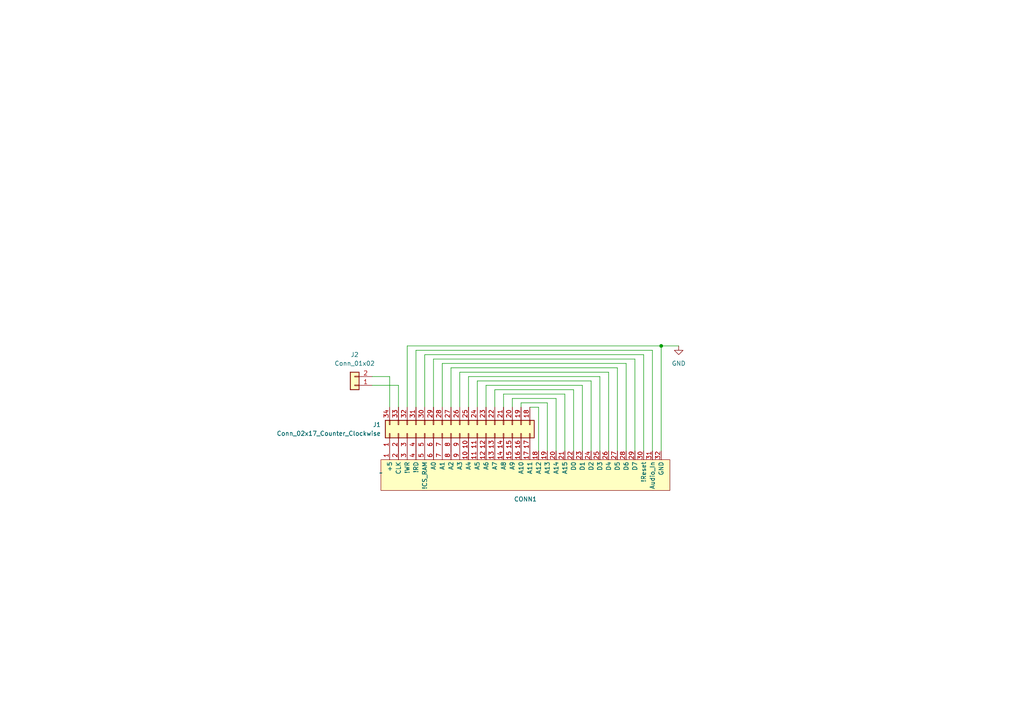
<source format=kicad_sch>
(kicad_sch (version 20230121) (generator eeschema)

  (uuid 314faa5e-e995-401d-bd0e-a3b7a005b770)

  (paper "A4")

  (lib_symbols
    (symbol "Connector_Generic:Conn_01x02" (pin_names (offset 1.016) hide) (in_bom yes) (on_board yes)
      (property "Reference" "J" (at 0 2.54 0)
        (effects (font (size 1.27 1.27)))
      )
      (property "Value" "Conn_01x02" (at 0 -5.08 0)
        (effects (font (size 1.27 1.27)))
      )
      (property "Footprint" "" (at 0 0 0)
        (effects (font (size 1.27 1.27)) hide)
      )
      (property "Datasheet" "~" (at 0 0 0)
        (effects (font (size 1.27 1.27)) hide)
      )
      (property "ki_keywords" "connector" (at 0 0 0)
        (effects (font (size 1.27 1.27)) hide)
      )
      (property "ki_description" "Generic connector, single row, 01x02, script generated (kicad-library-utils/schlib/autogen/connector/)" (at 0 0 0)
        (effects (font (size 1.27 1.27)) hide)
      )
      (property "ki_fp_filters" "Connector*:*_1x??_*" (at 0 0 0)
        (effects (font (size 1.27 1.27)) hide)
      )
      (symbol "Conn_01x02_1_1"
        (rectangle (start -1.27 -2.413) (end 0 -2.667)
          (stroke (width 0.1524) (type default))
          (fill (type none))
        )
        (rectangle (start -1.27 0.127) (end 0 -0.127)
          (stroke (width 0.1524) (type default))
          (fill (type none))
        )
        (rectangle (start -1.27 1.27) (end 1.27 -3.81)
          (stroke (width 0.254) (type default))
          (fill (type background))
        )
        (pin passive line (at -5.08 0 0) (length 3.81)
          (name "Pin_1" (effects (font (size 1.27 1.27))))
          (number "1" (effects (font (size 1.27 1.27))))
        )
        (pin passive line (at -5.08 -2.54 0) (length 3.81)
          (name "Pin_2" (effects (font (size 1.27 1.27))))
          (number "2" (effects (font (size 1.27 1.27))))
        )
      )
    )
    (symbol "Connector_Generic:Conn_02x17_Counter_Clockwise" (pin_names (offset 1.016) hide) (in_bom yes) (on_board yes)
      (property "Reference" "J" (at 1.27 22.86 0)
        (effects (font (size 1.27 1.27)))
      )
      (property "Value" "Conn_02x17_Counter_Clockwise" (at 1.27 -22.86 0)
        (effects (font (size 1.27 1.27)))
      )
      (property "Footprint" "" (at 0 0 0)
        (effects (font (size 1.27 1.27)) hide)
      )
      (property "Datasheet" "~" (at 0 0 0)
        (effects (font (size 1.27 1.27)) hide)
      )
      (property "ki_keywords" "connector" (at 0 0 0)
        (effects (font (size 1.27 1.27)) hide)
      )
      (property "ki_description" "Generic connector, double row, 02x17, counter clockwise pin numbering scheme (similar to DIP package numbering), script generated (kicad-library-utils/schlib/autogen/connector/)" (at 0 0 0)
        (effects (font (size 1.27 1.27)) hide)
      )
      (property "ki_fp_filters" "Connector*:*_2x??_*" (at 0 0 0)
        (effects (font (size 1.27 1.27)) hide)
      )
      (symbol "Conn_02x17_Counter_Clockwise_1_1"
        (rectangle (start -1.27 -20.193) (end 0 -20.447)
          (stroke (width 0.1524) (type default))
          (fill (type none))
        )
        (rectangle (start -1.27 -17.653) (end 0 -17.907)
          (stroke (width 0.1524) (type default))
          (fill (type none))
        )
        (rectangle (start -1.27 -15.113) (end 0 -15.367)
          (stroke (width 0.1524) (type default))
          (fill (type none))
        )
        (rectangle (start -1.27 -12.573) (end 0 -12.827)
          (stroke (width 0.1524) (type default))
          (fill (type none))
        )
        (rectangle (start -1.27 -10.033) (end 0 -10.287)
          (stroke (width 0.1524) (type default))
          (fill (type none))
        )
        (rectangle (start -1.27 -7.493) (end 0 -7.747)
          (stroke (width 0.1524) (type default))
          (fill (type none))
        )
        (rectangle (start -1.27 -4.953) (end 0 -5.207)
          (stroke (width 0.1524) (type default))
          (fill (type none))
        )
        (rectangle (start -1.27 -2.413) (end 0 -2.667)
          (stroke (width 0.1524) (type default))
          (fill (type none))
        )
        (rectangle (start -1.27 0.127) (end 0 -0.127)
          (stroke (width 0.1524) (type default))
          (fill (type none))
        )
        (rectangle (start -1.27 2.667) (end 0 2.413)
          (stroke (width 0.1524) (type default))
          (fill (type none))
        )
        (rectangle (start -1.27 5.207) (end 0 4.953)
          (stroke (width 0.1524) (type default))
          (fill (type none))
        )
        (rectangle (start -1.27 7.747) (end 0 7.493)
          (stroke (width 0.1524) (type default))
          (fill (type none))
        )
        (rectangle (start -1.27 10.287) (end 0 10.033)
          (stroke (width 0.1524) (type default))
          (fill (type none))
        )
        (rectangle (start -1.27 12.827) (end 0 12.573)
          (stroke (width 0.1524) (type default))
          (fill (type none))
        )
        (rectangle (start -1.27 15.367) (end 0 15.113)
          (stroke (width 0.1524) (type default))
          (fill (type none))
        )
        (rectangle (start -1.27 17.907) (end 0 17.653)
          (stroke (width 0.1524) (type default))
          (fill (type none))
        )
        (rectangle (start -1.27 20.447) (end 0 20.193)
          (stroke (width 0.1524) (type default))
          (fill (type none))
        )
        (rectangle (start -1.27 21.59) (end 3.81 -21.59)
          (stroke (width 0.254) (type default))
          (fill (type background))
        )
        (rectangle (start 3.81 -20.193) (end 2.54 -20.447)
          (stroke (width 0.1524) (type default))
          (fill (type none))
        )
        (rectangle (start 3.81 -17.653) (end 2.54 -17.907)
          (stroke (width 0.1524) (type default))
          (fill (type none))
        )
        (rectangle (start 3.81 -15.113) (end 2.54 -15.367)
          (stroke (width 0.1524) (type default))
          (fill (type none))
        )
        (rectangle (start 3.81 -12.573) (end 2.54 -12.827)
          (stroke (width 0.1524) (type default))
          (fill (type none))
        )
        (rectangle (start 3.81 -10.033) (end 2.54 -10.287)
          (stroke (width 0.1524) (type default))
          (fill (type none))
        )
        (rectangle (start 3.81 -7.493) (end 2.54 -7.747)
          (stroke (width 0.1524) (type default))
          (fill (type none))
        )
        (rectangle (start 3.81 -4.953) (end 2.54 -5.207)
          (stroke (width 0.1524) (type default))
          (fill (type none))
        )
        (rectangle (start 3.81 -2.413) (end 2.54 -2.667)
          (stroke (width 0.1524) (type default))
          (fill (type none))
        )
        (rectangle (start 3.81 0.127) (end 2.54 -0.127)
          (stroke (width 0.1524) (type default))
          (fill (type none))
        )
        (rectangle (start 3.81 2.667) (end 2.54 2.413)
          (stroke (width 0.1524) (type default))
          (fill (type none))
        )
        (rectangle (start 3.81 5.207) (end 2.54 4.953)
          (stroke (width 0.1524) (type default))
          (fill (type none))
        )
        (rectangle (start 3.81 7.747) (end 2.54 7.493)
          (stroke (width 0.1524) (type default))
          (fill (type none))
        )
        (rectangle (start 3.81 10.287) (end 2.54 10.033)
          (stroke (width 0.1524) (type default))
          (fill (type none))
        )
        (rectangle (start 3.81 12.827) (end 2.54 12.573)
          (stroke (width 0.1524) (type default))
          (fill (type none))
        )
        (rectangle (start 3.81 15.367) (end 2.54 15.113)
          (stroke (width 0.1524) (type default))
          (fill (type none))
        )
        (rectangle (start 3.81 17.907) (end 2.54 17.653)
          (stroke (width 0.1524) (type default))
          (fill (type none))
        )
        (rectangle (start 3.81 20.447) (end 2.54 20.193)
          (stroke (width 0.1524) (type default))
          (fill (type none))
        )
        (pin passive line (at -5.08 20.32 0) (length 3.81)
          (name "Pin_1" (effects (font (size 1.27 1.27))))
          (number "1" (effects (font (size 1.27 1.27))))
        )
        (pin passive line (at -5.08 -2.54 0) (length 3.81)
          (name "Pin_10" (effects (font (size 1.27 1.27))))
          (number "10" (effects (font (size 1.27 1.27))))
        )
        (pin passive line (at -5.08 -5.08 0) (length 3.81)
          (name "Pin_11" (effects (font (size 1.27 1.27))))
          (number "11" (effects (font (size 1.27 1.27))))
        )
        (pin passive line (at -5.08 -7.62 0) (length 3.81)
          (name "Pin_12" (effects (font (size 1.27 1.27))))
          (number "12" (effects (font (size 1.27 1.27))))
        )
        (pin passive line (at -5.08 -10.16 0) (length 3.81)
          (name "Pin_13" (effects (font (size 1.27 1.27))))
          (number "13" (effects (font (size 1.27 1.27))))
        )
        (pin passive line (at -5.08 -12.7 0) (length 3.81)
          (name "Pin_14" (effects (font (size 1.27 1.27))))
          (number "14" (effects (font (size 1.27 1.27))))
        )
        (pin passive line (at -5.08 -15.24 0) (length 3.81)
          (name "Pin_15" (effects (font (size 1.27 1.27))))
          (number "15" (effects (font (size 1.27 1.27))))
        )
        (pin passive line (at -5.08 -17.78 0) (length 3.81)
          (name "Pin_16" (effects (font (size 1.27 1.27))))
          (number "16" (effects (font (size 1.27 1.27))))
        )
        (pin passive line (at -5.08 -20.32 0) (length 3.81)
          (name "Pin_17" (effects (font (size 1.27 1.27))))
          (number "17" (effects (font (size 1.27 1.27))))
        )
        (pin passive line (at 7.62 -20.32 180) (length 3.81)
          (name "Pin_18" (effects (font (size 1.27 1.27))))
          (number "18" (effects (font (size 1.27 1.27))))
        )
        (pin passive line (at 7.62 -17.78 180) (length 3.81)
          (name "Pin_19" (effects (font (size 1.27 1.27))))
          (number "19" (effects (font (size 1.27 1.27))))
        )
        (pin passive line (at -5.08 17.78 0) (length 3.81)
          (name "Pin_2" (effects (font (size 1.27 1.27))))
          (number "2" (effects (font (size 1.27 1.27))))
        )
        (pin passive line (at 7.62 -15.24 180) (length 3.81)
          (name "Pin_20" (effects (font (size 1.27 1.27))))
          (number "20" (effects (font (size 1.27 1.27))))
        )
        (pin passive line (at 7.62 -12.7 180) (length 3.81)
          (name "Pin_21" (effects (font (size 1.27 1.27))))
          (number "21" (effects (font (size 1.27 1.27))))
        )
        (pin passive line (at 7.62 -10.16 180) (length 3.81)
          (name "Pin_22" (effects (font (size 1.27 1.27))))
          (number "22" (effects (font (size 1.27 1.27))))
        )
        (pin passive line (at 7.62 -7.62 180) (length 3.81)
          (name "Pin_23" (effects (font (size 1.27 1.27))))
          (number "23" (effects (font (size 1.27 1.27))))
        )
        (pin passive line (at 7.62 -5.08 180) (length 3.81)
          (name "Pin_24" (effects (font (size 1.27 1.27))))
          (number "24" (effects (font (size 1.27 1.27))))
        )
        (pin passive line (at 7.62 -2.54 180) (length 3.81)
          (name "Pin_25" (effects (font (size 1.27 1.27))))
          (number "25" (effects (font (size 1.27 1.27))))
        )
        (pin passive line (at 7.62 0 180) (length 3.81)
          (name "Pin_26" (effects (font (size 1.27 1.27))))
          (number "26" (effects (font (size 1.27 1.27))))
        )
        (pin passive line (at 7.62 2.54 180) (length 3.81)
          (name "Pin_27" (effects (font (size 1.27 1.27))))
          (number "27" (effects (font (size 1.27 1.27))))
        )
        (pin passive line (at 7.62 5.08 180) (length 3.81)
          (name "Pin_28" (effects (font (size 1.27 1.27))))
          (number "28" (effects (font (size 1.27 1.27))))
        )
        (pin passive line (at 7.62 7.62 180) (length 3.81)
          (name "Pin_29" (effects (font (size 1.27 1.27))))
          (number "29" (effects (font (size 1.27 1.27))))
        )
        (pin passive line (at -5.08 15.24 0) (length 3.81)
          (name "Pin_3" (effects (font (size 1.27 1.27))))
          (number "3" (effects (font (size 1.27 1.27))))
        )
        (pin passive line (at 7.62 10.16 180) (length 3.81)
          (name "Pin_30" (effects (font (size 1.27 1.27))))
          (number "30" (effects (font (size 1.27 1.27))))
        )
        (pin passive line (at 7.62 12.7 180) (length 3.81)
          (name "Pin_31" (effects (font (size 1.27 1.27))))
          (number "31" (effects (font (size 1.27 1.27))))
        )
        (pin passive line (at 7.62 15.24 180) (length 3.81)
          (name "Pin_32" (effects (font (size 1.27 1.27))))
          (number "32" (effects (font (size 1.27 1.27))))
        )
        (pin passive line (at 7.62 17.78 180) (length 3.81)
          (name "Pin_33" (effects (font (size 1.27 1.27))))
          (number "33" (effects (font (size 1.27 1.27))))
        )
        (pin passive line (at 7.62 20.32 180) (length 3.81)
          (name "Pin_34" (effects (font (size 1.27 1.27))))
          (number "34" (effects (font (size 1.27 1.27))))
        )
        (pin passive line (at -5.08 12.7 0) (length 3.81)
          (name "Pin_4" (effects (font (size 1.27 1.27))))
          (number "4" (effects (font (size 1.27 1.27))))
        )
        (pin passive line (at -5.08 10.16 0) (length 3.81)
          (name "Pin_5" (effects (font (size 1.27 1.27))))
          (number "5" (effects (font (size 1.27 1.27))))
        )
        (pin passive line (at -5.08 7.62 0) (length 3.81)
          (name "Pin_6" (effects (font (size 1.27 1.27))))
          (number "6" (effects (font (size 1.27 1.27))))
        )
        (pin passive line (at -5.08 5.08 0) (length 3.81)
          (name "Pin_7" (effects (font (size 1.27 1.27))))
          (number "7" (effects (font (size 1.27 1.27))))
        )
        (pin passive line (at -5.08 2.54 0) (length 3.81)
          (name "Pin_8" (effects (font (size 1.27 1.27))))
          (number "8" (effects (font (size 1.27 1.27))))
        )
        (pin passive line (at -5.08 0 0) (length 3.81)
          (name "Pin_9" (effects (font (size 1.27 1.27))))
          (number "9" (effects (font (size 1.27 1.27))))
        )
      )
    )
    (symbol "DMGedgecon:DMG_edge_con" (in_bom yes) (on_board yes)
      (property "Reference" "CONN" (at 3.81 1.27 0)
        (effects (font (size 1.27 1.27)))
      )
      (property "Value" "" (at 0 5.08 0)
        (effects (font (size 1.27 1.27)))
      )
      (property "Footprint" "" (at 0 5.08 0)
        (effects (font (size 1.27 1.27)) hide)
      )
      (property "Datasheet" "" (at 0 5.08 0)
        (effects (font (size 1.27 1.27)) hide)
      )
      (symbol "DMG_edge_con_1_1"
        (rectangle (start 0 8.89) (end 83.82 0)
          (stroke (width 0) (type default))
          (fill (type background))
        )
        (pin output line (at 2.54 11.43 270) (length 2.54)
          (name "+5" (effects (font (size 1.27 1.27))))
          (number "1" (effects (font (size 1.27 1.27))))
        )
        (pin output line (at 25.4 11.43 270) (length 2.54)
          (name "A4" (effects (font (size 1.27 1.27))))
          (number "10" (effects (font (size 1.27 1.27))))
        )
        (pin output line (at 27.94 11.43 270) (length 2.54)
          (name "A5" (effects (font (size 1.27 1.27))))
          (number "11" (effects (font (size 1.27 1.27))))
        )
        (pin output line (at 30.48 11.43 270) (length 2.54)
          (name "A6" (effects (font (size 1.27 1.27))))
          (number "12" (effects (font (size 1.27 1.27))))
        )
        (pin output line (at 33.02 11.43 270) (length 2.54)
          (name "A7" (effects (font (size 1.27 1.27))))
          (number "13" (effects (font (size 1.27 1.27))))
        )
        (pin output line (at 35.56 11.43 270) (length 2.54)
          (name "A8" (effects (font (size 1.27 1.27))))
          (number "14" (effects (font (size 1.27 1.27))))
        )
        (pin output line (at 38.1 11.43 270) (length 2.54)
          (name "A9" (effects (font (size 1.27 1.27))))
          (number "15" (effects (font (size 1.27 1.27))))
        )
        (pin output line (at 40.64 11.43 270) (length 2.54)
          (name "A10" (effects (font (size 1.27 1.27))))
          (number "16" (effects (font (size 1.27 1.27))))
        )
        (pin output line (at 43.18 11.43 270) (length 2.54)
          (name "A11" (effects (font (size 1.27 1.27))))
          (number "17" (effects (font (size 1.27 1.27))))
        )
        (pin output line (at 45.72 11.43 270) (length 2.54)
          (name "A12" (effects (font (size 1.27 1.27))))
          (number "18" (effects (font (size 1.27 1.27))))
        )
        (pin output line (at 48.26 11.43 270) (length 2.54)
          (name "A13" (effects (font (size 1.27 1.27))))
          (number "19" (effects (font (size 1.27 1.27))))
        )
        (pin output line (at 5.08 11.43 270) (length 2.54)
          (name "CLK" (effects (font (size 1.27 1.27))))
          (number "2" (effects (font (size 1.27 1.27))))
        )
        (pin output line (at 50.8 11.43 270) (length 2.54)
          (name "A14" (effects (font (size 1.27 1.27))))
          (number "20" (effects (font (size 1.27 1.27))))
        )
        (pin output line (at 53.34 11.43 270) (length 2.54)
          (name "A15" (effects (font (size 1.27 1.27))))
          (number "21" (effects (font (size 1.27 1.27))))
        )
        (pin bidirectional line (at 55.88 11.43 270) (length 2.54)
          (name "D0" (effects (font (size 1.27 1.27))))
          (number "22" (effects (font (size 1.27 1.27))))
        )
        (pin bidirectional line (at 58.42 11.43 270) (length 2.54)
          (name "D1" (effects (font (size 1.27 1.27))))
          (number "23" (effects (font (size 1.27 1.27))))
        )
        (pin bidirectional line (at 60.96 11.43 270) (length 2.54)
          (name "D2" (effects (font (size 1.27 1.27))))
          (number "24" (effects (font (size 1.27 1.27))))
        )
        (pin bidirectional line (at 63.5 11.43 270) (length 2.54)
          (name "D3" (effects (font (size 1.27 1.27))))
          (number "25" (effects (font (size 1.27 1.27))))
        )
        (pin bidirectional line (at 66.04 11.43 270) (length 2.54)
          (name "D4" (effects (font (size 1.27 1.27))))
          (number "26" (effects (font (size 1.27 1.27))))
        )
        (pin bidirectional line (at 68.58 11.43 270) (length 2.54)
          (name "D5" (effects (font (size 1.27 1.27))))
          (number "27" (effects (font (size 1.27 1.27))))
        )
        (pin bidirectional line (at 71.12 11.43 270) (length 2.54)
          (name "D6" (effects (font (size 1.27 1.27))))
          (number "28" (effects (font (size 1.27 1.27))))
        )
        (pin bidirectional line (at 73.66 11.43 270) (length 2.54)
          (name "D7" (effects (font (size 1.27 1.27))))
          (number "29" (effects (font (size 1.27 1.27))))
        )
        (pin output line (at 7.62 11.43 270) (length 2.54)
          (name "!WR" (effects (font (size 1.27 1.27))))
          (number "3" (effects (font (size 1.27 1.27))))
        )
        (pin input line (at 76.2 11.43 270) (length 2.54)
          (name "!Reset" (effects (font (size 1.27 1.27))))
          (number "30" (effects (font (size 1.27 1.27))))
        )
        (pin input line (at 78.74 11.43 270) (length 2.54)
          (name "Audio_In" (effects (font (size 1.27 1.27))))
          (number "31" (effects (font (size 1.27 1.27))))
        )
        (pin output line (at 81.28 11.43 270) (length 2.54)
          (name "GND" (effects (font (size 1.27 1.27))))
          (number "32" (effects (font (size 1.27 1.27))))
        )
        (pin output line (at 10.16 11.43 270) (length 2.54)
          (name "!RD" (effects (font (size 1.27 1.27))))
          (number "4" (effects (font (size 1.27 1.27))))
        )
        (pin output line (at 12.7 11.43 270) (length 2.54)
          (name "!CS_RAM" (effects (font (size 1.27 1.27))))
          (number "5" (effects (font (size 1.27 1.27))))
        )
        (pin output line (at 15.24 11.43 270) (length 2.54)
          (name "A0" (effects (font (size 1.27 1.27))))
          (number "6" (effects (font (size 1.27 1.27))))
        )
        (pin output line (at 17.78 11.43 270) (length 2.54)
          (name "A1" (effects (font (size 1.27 1.27))))
          (number "7" (effects (font (size 1.27 1.27))))
        )
        (pin output line (at 20.32 11.43 270) (length 2.54)
          (name "A2" (effects (font (size 1.27 1.27))))
          (number "8" (effects (font (size 1.27 1.27))))
        )
        (pin output line (at 22.86 11.43 270) (length 2.54)
          (name "A3" (effects (font (size 1.27 1.27))))
          (number "9" (effects (font (size 1.27 1.27))))
        )
      )
    )
    (symbol "power:GND" (power) (pin_names (offset 0)) (in_bom yes) (on_board yes)
      (property "Reference" "#PWR" (at 0 -6.35 0)
        (effects (font (size 1.27 1.27)) hide)
      )
      (property "Value" "GND" (at 0 -3.81 0)
        (effects (font (size 1.27 1.27)))
      )
      (property "Footprint" "" (at 0 0 0)
        (effects (font (size 1.27 1.27)) hide)
      )
      (property "Datasheet" "" (at 0 0 0)
        (effects (font (size 1.27 1.27)) hide)
      )
      (property "ki_keywords" "global power" (at 0 0 0)
        (effects (font (size 1.27 1.27)) hide)
      )
      (property "ki_description" "Power symbol creates a global label with name \"GND\" , ground" (at 0 0 0)
        (effects (font (size 1.27 1.27)) hide)
      )
      (symbol "GND_0_1"
        (polyline
          (pts
            (xy 0 0)
            (xy 0 -1.27)
            (xy 1.27 -1.27)
            (xy 0 -2.54)
            (xy -1.27 -1.27)
            (xy 0 -1.27)
          )
          (stroke (width 0) (type default))
          (fill (type none))
        )
      )
      (symbol "GND_1_1"
        (pin power_in line (at 0 0 270) (length 0) hide
          (name "GND" (effects (font (size 1.27 1.27))))
          (number "1" (effects (font (size 1.27 1.27))))
        )
      )
    )
  )

  (junction (at 191.77 100.33) (diameter 0) (color 0 0 0 0)
    (uuid d4f473b6-13dd-490c-bb7a-a2f3372f816d)
  )

  (wire (pts (xy 120.65 101.6) (xy 120.65 118.11))
    (stroke (width 0) (type default))
    (uuid 01a1785c-6114-48f1-8879-46ead94bd48a)
  )
  (wire (pts (xy 156.21 130.81) (xy 156.21 118.11))
    (stroke (width 0) (type default))
    (uuid 052e3aaa-60be-44cb-8e24-005b21a5233b)
  )
  (wire (pts (xy 133.35 107.95) (xy 176.53 107.95))
    (stroke (width 0) (type default))
    (uuid 0fbda07c-2e35-4f1f-af5c-658785ffc71c)
  )
  (wire (pts (xy 189.23 101.6) (xy 120.65 101.6))
    (stroke (width 0) (type default))
    (uuid 1c78ea27-c284-4d56-bd99-c61a7f8b5d09)
  )
  (wire (pts (xy 140.97 118.11) (xy 140.97 111.76))
    (stroke (width 0) (type default))
    (uuid 204fc4cf-2748-4499-8bcd-a5f30a0b261b)
  )
  (wire (pts (xy 146.05 114.3) (xy 163.83 114.3))
    (stroke (width 0) (type default))
    (uuid 232d19bb-cb8a-4c56-84da-9824c4f0f3de)
  )
  (wire (pts (xy 163.83 114.3) (xy 163.83 130.81))
    (stroke (width 0) (type default))
    (uuid 24ba4274-5621-4c20-bc42-e79d707d3577)
  )
  (wire (pts (xy 184.15 104.14) (xy 125.73 104.14))
    (stroke (width 0) (type default))
    (uuid 25303cdb-e1a3-44b6-91bc-4faeff732eca)
  )
  (wire (pts (xy 158.75 116.84) (xy 158.75 130.81))
    (stroke (width 0) (type default))
    (uuid 27c72bd0-9dce-4245-b283-8a65c29a9edb)
  )
  (wire (pts (xy 173.99 109.22) (xy 173.99 130.81))
    (stroke (width 0) (type default))
    (uuid 393a801a-7d40-4ecc-b2f2-25c36865af5c)
  )
  (wire (pts (xy 156.21 118.11) (xy 153.67 118.11))
    (stroke (width 0) (type default))
    (uuid 3dd31428-64ad-483d-ad46-63fa4b69b58d)
  )
  (wire (pts (xy 115.57 111.76) (xy 115.57 118.11))
    (stroke (width 0) (type default))
    (uuid 504cf2e9-d0e0-4313-a789-5cb0f74a0378)
  )
  (wire (pts (xy 123.19 118.11) (xy 123.19 102.87))
    (stroke (width 0) (type default))
    (uuid 55eafd9e-9a2b-4d56-85e0-dfbf6156d219)
  )
  (wire (pts (xy 130.81 118.11) (xy 130.81 106.68))
    (stroke (width 0) (type default))
    (uuid 56434969-de34-4fe5-b5fe-746d3d529df5)
  )
  (wire (pts (xy 189.23 130.81) (xy 189.23 101.6))
    (stroke (width 0) (type default))
    (uuid 59146011-02f4-4092-8837-5f46ae817b10)
  )
  (wire (pts (xy 128.27 118.11) (xy 128.27 105.41))
    (stroke (width 0) (type default))
    (uuid 61b162d1-6b16-4c23-a756-885be2f88fb0)
  )
  (wire (pts (xy 191.77 100.33) (xy 196.85 100.33))
    (stroke (width 0) (type default))
    (uuid 62ad6cfa-33b9-46af-a5c1-48c65b53eb62)
  )
  (wire (pts (xy 191.77 100.33) (xy 191.77 130.81))
    (stroke (width 0) (type default))
    (uuid 74d3e195-e3bb-4f84-813e-abddc80a0358)
  )
  (wire (pts (xy 171.45 130.81) (xy 171.45 110.49))
    (stroke (width 0) (type default))
    (uuid 77202434-0ac8-466b-8fec-06c42198eec3)
  )
  (wire (pts (xy 118.11 118.11) (xy 118.11 100.33))
    (stroke (width 0) (type default))
    (uuid 7fe69bfd-5a2e-4bc3-b25c-999fdf00adaa)
  )
  (wire (pts (xy 171.45 110.49) (xy 138.43 110.49))
    (stroke (width 0) (type default))
    (uuid 80aeb59a-f238-4245-86a4-752142cc870a)
  )
  (wire (pts (xy 135.89 109.22) (xy 173.99 109.22))
    (stroke (width 0) (type default))
    (uuid 852445b5-94fb-4754-aae0-8f1f98b2bdb9)
  )
  (wire (pts (xy 186.69 102.87) (xy 186.69 130.81))
    (stroke (width 0) (type default))
    (uuid 8ac738b6-214a-42d0-9464-2fbd191ccc3b)
  )
  (wire (pts (xy 138.43 110.49) (xy 138.43 118.11))
    (stroke (width 0) (type default))
    (uuid 8e201242-da3d-43b6-b970-2352f3d9c827)
  )
  (wire (pts (xy 123.19 102.87) (xy 186.69 102.87))
    (stroke (width 0) (type default))
    (uuid 902441e2-ff1b-4efd-a72d-e9b203bcfc05)
  )
  (wire (pts (xy 146.05 118.11) (xy 146.05 114.3))
    (stroke (width 0) (type default))
    (uuid 9d9d0d51-778c-405a-9015-954f85be0df9)
  )
  (wire (pts (xy 133.35 118.11) (xy 133.35 107.95))
    (stroke (width 0) (type default))
    (uuid 9fd99f5d-1108-4768-9100-d47106bc3091)
  )
  (wire (pts (xy 166.37 113.03) (xy 143.51 113.03))
    (stroke (width 0) (type default))
    (uuid a11d5075-32e8-4cdf-a5cb-1809042c73d5)
  )
  (wire (pts (xy 107.95 111.76) (xy 115.57 111.76))
    (stroke (width 0) (type default))
    (uuid a4098324-873f-45c6-949b-ce46d7ee3d28)
  )
  (wire (pts (xy 135.89 118.11) (xy 135.89 109.22))
    (stroke (width 0) (type default))
    (uuid b6f9298d-7adf-421b-aa14-841810c3bfbb)
  )
  (wire (pts (xy 176.53 107.95) (xy 176.53 130.81))
    (stroke (width 0) (type default))
    (uuid b9c6b07e-2b5e-4967-996e-cbb107e0e906)
  )
  (wire (pts (xy 140.97 111.76) (xy 168.91 111.76))
    (stroke (width 0) (type default))
    (uuid bc5bc616-e09f-4210-857a-10a874424bf7)
  )
  (wire (pts (xy 148.59 118.11) (xy 148.59 115.57))
    (stroke (width 0) (type default))
    (uuid c25b27ab-cf4c-4c38-ad1c-2d872a3ea3bc)
  )
  (wire (pts (xy 128.27 105.41) (xy 181.61 105.41))
    (stroke (width 0) (type default))
    (uuid c4a20da6-31e4-4b3b-99a0-3bc13bef2867)
  )
  (wire (pts (xy 118.11 100.33) (xy 191.77 100.33))
    (stroke (width 0) (type default))
    (uuid c5d288d4-8928-4028-96b3-9d613d8cde9b)
  )
  (wire (pts (xy 125.73 104.14) (xy 125.73 118.11))
    (stroke (width 0) (type default))
    (uuid c88c5214-62b2-4744-9668-65dfef7d19e7)
  )
  (wire (pts (xy 179.07 106.68) (xy 179.07 130.81))
    (stroke (width 0) (type default))
    (uuid d2b891fd-67c0-480a-8ae0-86042f8173b3)
  )
  (wire (pts (xy 148.59 115.57) (xy 161.29 115.57))
    (stroke (width 0) (type default))
    (uuid d3576f4a-4570-4446-bd72-a0aa86607fa2)
  )
  (wire (pts (xy 161.29 115.57) (xy 161.29 130.81))
    (stroke (width 0) (type default))
    (uuid d567aca7-068f-47a6-a328-ce1a5cab82c9)
  )
  (wire (pts (xy 130.81 106.68) (xy 179.07 106.68))
    (stroke (width 0) (type default))
    (uuid d5c58c2e-345a-44b8-9ebc-5864b3ad6c9c)
  )
  (wire (pts (xy 166.37 130.81) (xy 166.37 113.03))
    (stroke (width 0) (type default))
    (uuid d60cd279-67d1-49f6-bb26-590a4551f4f2)
  )
  (wire (pts (xy 113.03 109.22) (xy 113.03 118.11))
    (stroke (width 0) (type default))
    (uuid d85d2091-945c-4222-a199-7b4acc05e4ae)
  )
  (wire (pts (xy 143.51 113.03) (xy 143.51 118.11))
    (stroke (width 0) (type default))
    (uuid d9fc6a74-cf64-425c-8fdb-31f7d3a168d0)
  )
  (wire (pts (xy 151.13 118.11) (xy 151.13 116.84))
    (stroke (width 0) (type default))
    (uuid e2744e91-a197-415a-8c48-9a145ed01e03)
  )
  (wire (pts (xy 181.61 105.41) (xy 181.61 130.81))
    (stroke (width 0) (type default))
    (uuid ede5667a-7c10-400a-b3ef-2f97a95446b4)
  )
  (wire (pts (xy 151.13 116.84) (xy 158.75 116.84))
    (stroke (width 0) (type default))
    (uuid f5f491e7-8c2d-4625-9198-024a5269a30d)
  )
  (wire (pts (xy 184.15 130.81) (xy 184.15 104.14))
    (stroke (width 0) (type default))
    (uuid f7c2c747-3112-43bf-9cc4-c3b5522da0e4)
  )
  (wire (pts (xy 168.91 111.76) (xy 168.91 130.81))
    (stroke (width 0) (type default))
    (uuid fbab9ad8-d33f-45f4-bd2f-f071beb65d96)
  )
  (wire (pts (xy 107.95 109.22) (xy 113.03 109.22))
    (stroke (width 0) (type default))
    (uuid fc9a8ae4-5d83-46e7-a285-b21c3c737768)
  )

  (symbol (lib_id "power:GND") (at 196.85 100.33 0) (unit 1)
    (in_bom yes) (on_board yes) (dnp no) (fields_autoplaced)
    (uuid 40c9c026-90c2-4f93-9e8a-c00c3f6ae9be)
    (property "Reference" "#PWR01" (at 196.85 106.68 0)
      (effects (font (size 1.27 1.27)) hide)
    )
    (property "Value" "GND" (at 196.85 105.41 0)
      (effects (font (size 1.27 1.27)))
    )
    (property "Footprint" "" (at 196.85 100.33 0)
      (effects (font (size 1.27 1.27)) hide)
    )
    (property "Datasheet" "" (at 196.85 100.33 0)
      (effects (font (size 1.27 1.27)) hide)
    )
    (pin "1" (uuid 92c4230a-bde5-4296-b0e6-9fb3362f0ddf))
    (instances
      (project "DMG Cart Breakout V2"
        (path "/314faa5e-e995-401d-bd0e-a3b7a005b770"
          (reference "#PWR01") (unit 1)
        )
      )
    )
  )

  (symbol (lib_id "Connector_Generic:Conn_02x17_Counter_Clockwise") (at 133.35 125.73 90) (unit 1)
    (in_bom yes) (on_board yes) (dnp no) (fields_autoplaced)
    (uuid 53e742bd-056f-4813-94d3-3455486ca6d0)
    (property "Reference" "J1" (at 110.49 123.19 90)
      (effects (font (size 1.27 1.27)) (justify left))
    )
    (property "Value" "Conn_02x17_Counter_Clockwise" (at 110.49 125.73 90)
      (effects (font (size 1.27 1.27)) (justify left))
    )
    (property "Footprint" "Connector_PinHeader_2.54mm:PinHeader_2x17_P2.54mm_Vertical" (at 133.35 125.73 0)
      (effects (font (size 1.27 1.27)) hide)
    )
    (property "Datasheet" "~" (at 133.35 125.73 0)
      (effects (font (size 1.27 1.27)) hide)
    )
    (pin "32" (uuid b277ff8f-0071-4eb7-9614-61a6846b39b0))
    (pin "6" (uuid cd6be0f4-24a4-48fd-b902-fa52c46daa7e))
    (pin "19" (uuid 76226ab7-a5c7-4aee-96ce-9bf264296644))
    (pin "31" (uuid efff622a-bbac-4623-8e5d-2e6bf291b11e))
    (pin "34" (uuid b2dcfd09-82c6-42c5-a9d5-25c2989f74e0))
    (pin "17" (uuid 352d48f7-c611-452b-9f8d-fdbea3f428b3))
    (pin "25" (uuid 13a6212a-aaaf-4735-9f3c-ecb4790721fe))
    (pin "23" (uuid 11459deb-0105-4b97-b72f-325cf5a61fa3))
    (pin "15" (uuid 58a66c7c-379a-4e77-b5fe-f1fe6431a361))
    (pin "18" (uuid d534eb8f-5640-422e-9d85-89dbbd821e90))
    (pin "24" (uuid e99ccb8e-783e-4980-96f0-a22cda1bdccc))
    (pin "4" (uuid 8e623072-32c4-4fdd-be88-3c5e773cda25))
    (pin "16" (uuid ae825fa7-84a2-4017-9ede-c76ed1bafc1d))
    (pin "22" (uuid 9a85aff5-a4cb-4f22-a10b-c0a6c608c7e2))
    (pin "30" (uuid e25cd6fe-eeaf-4216-9a95-b5b6edb825f7))
    (pin "27" (uuid 85a95bcf-74b4-4272-825a-2b269149c262))
    (pin "11" (uuid 75c032a5-33c7-4837-9f2b-3f9926580bba))
    (pin "20" (uuid bd49f34e-ee17-44a9-86a3-64d0edfcab7f))
    (pin "26" (uuid 54c53457-fedc-42ff-9e43-99031b8c7718))
    (pin "9" (uuid 99da552f-706d-4509-94d8-a3de1b4c9b69))
    (pin "3" (uuid 0dcffd89-2ddb-4352-92f8-df4982b91c23))
    (pin "2" (uuid 0b1c20b6-1199-4326-a120-a1b30bfcfc89))
    (pin "29" (uuid e058b5cf-5490-477f-a400-b677d0a9c3f8))
    (pin "21" (uuid 0a633ff6-e14b-45ec-87c9-7039ff492f12))
    (pin "1" (uuid ebc2a698-143d-41e5-8f8c-533c55fff5c4))
    (pin "7" (uuid c0b6a926-8fc4-4e52-a58a-5ccbb9ae9dea))
    (pin "33" (uuid ce73bf54-b877-42ec-90e4-b5b16ad427a2))
    (pin "28" (uuid 0e61afd6-727f-4cc9-8a9a-fb445d18d1c0))
    (pin "8" (uuid cc3aaab3-a670-4f8f-b04d-87a3b968f54f))
    (pin "5" (uuid ae221023-5d7c-4aab-8e1b-426d29bc690a))
    (pin "14" (uuid 9e0c134e-06ae-4bf2-abc7-4b401b966609))
    (pin "10" (uuid e99b8650-f3d7-4f98-9976-864426b79d5a))
    (pin "13" (uuid 145049fa-bab5-40c3-b5fb-073866f5ec98))
    (pin "12" (uuid a7979f68-6ef2-419f-a878-7edead0a3e24))
    (instances
      (project "DMG Cart Breakout V2"
        (path "/314faa5e-e995-401d-bd0e-a3b7a005b770"
          (reference "J1") (unit 1)
        )
      )
    )
  )

  (symbol (lib_id "DMGedgecon:DMG_edge_con") (at 110.49 142.24 0) (unit 1)
    (in_bom yes) (on_board yes) (dnp no) (fields_autoplaced)
    (uuid b990f842-4c79-4334-a2be-6374c2feaef7)
    (property "Reference" "CONN1" (at 152.4 144.78 0)
      (effects (font (size 1.27 1.27)))
    )
    (property "Value" "~" (at 110.49 137.16 0)
      (effects (font (size 1.27 1.27)))
    )
    (property "Footprint" "Card Edge Connectors:DMG_Cart" (at 110.49 137.16 0)
      (effects (font (size 1.27 1.27)) hide)
    )
    (property "Datasheet" "" (at 110.49 137.16 0)
      (effects (font (size 1.27 1.27)) hide)
    )
    (pin "13" (uuid 7607d261-6638-4699-a63f-bf539c5f1cab))
    (pin "12" (uuid f6df2a12-1f4c-40e6-bea9-f3b830ed2a8c))
    (pin "18" (uuid 6dd8ac0a-325d-4564-a1d5-817720a04a86))
    (pin "30" (uuid dd294d95-1fa3-4f90-a3d7-2647c06f7887))
    (pin "22" (uuid 54168cbb-1613-4c6d-a825-326e31ad3aff))
    (pin "31" (uuid 9c666cc4-d351-4bb4-a14b-585cc88dca42))
    (pin "4" (uuid 84c6aef1-3bdd-4f49-972a-e10e16f2e664))
    (pin "27" (uuid abec28cd-ff26-4ca5-842d-aa765b32bf0f))
    (pin "14" (uuid a47291b3-4177-407a-ba49-52700115a1d8))
    (pin "15" (uuid 538df599-ac78-4e0b-aa3b-6461e2e7a276))
    (pin "2" (uuid c62cf283-3bfc-4f5b-b66f-30da11e2d406))
    (pin "20" (uuid 3817ac5e-4fd4-484d-8379-aa26a4c22ae3))
    (pin "32" (uuid 6efc6487-8c33-455f-99d8-bbf0f2d8b778))
    (pin "11" (uuid c4c5d436-a03a-41ad-8feb-8dd2d828b928))
    (pin "24" (uuid ddc459a4-866a-42a3-bde0-f388d0bd3a96))
    (pin "7" (uuid f440caa2-5a88-4809-8c9e-90b5b4e267a9))
    (pin "28" (uuid edf03412-0224-4014-8a9d-5e191fb73dab))
    (pin "29" (uuid f7c456d1-97f3-4a4c-a557-20284806d42d))
    (pin "5" (uuid 0ca8735a-cb6d-4129-9b2b-2b32e25abf0d))
    (pin "16" (uuid 766f5f53-f913-45ca-b3de-4fa7ec36e556))
    (pin "25" (uuid b44ddd07-7097-49f4-ac88-2a228d5ee4f0))
    (pin "17" (uuid 33c06955-128c-4d1b-b0ba-d6b9b5e8f5b9))
    (pin "26" (uuid 2bff7e1b-4ab7-4e2f-a2bc-9db693d9d3e7))
    (pin "3" (uuid 36e3a2ab-ed81-4375-8028-f1026b6b5472))
    (pin "8" (uuid e2cac190-2e25-483c-abd6-8b13cf94350d))
    (pin "19" (uuid e1418d1a-7dce-46d4-97f2-483b1539a309))
    (pin "10" (uuid 8f6c7251-f31a-42a6-87b1-86a926c22cb1))
    (pin "23" (uuid b24edb8b-fd83-436b-8fbb-fb77330b6c3e))
    (pin "6" (uuid 07e9799a-6e32-4553-a16a-880715d91c97))
    (pin "9" (uuid 4413b700-0b79-41da-9e22-0a562c019ba2))
    (pin "1" (uuid e3556612-8a76-4659-ad37-92d359b40c00))
    (pin "21" (uuid 3ddb0aa5-6a4f-4dcf-940b-37d080cedcf7))
    (instances
      (project "DMG Cart Breakout V2"
        (path "/314faa5e-e995-401d-bd0e-a3b7a005b770"
          (reference "CONN1") (unit 1)
        )
      )
    )
  )

  (symbol (lib_id "Connector_Generic:Conn_01x02") (at 102.87 111.76 180) (unit 1)
    (in_bom yes) (on_board yes) (dnp no) (fields_autoplaced)
    (uuid e3864089-e664-480b-aa5e-bcccaa8da602)
    (property "Reference" "J2" (at 102.87 102.87 0)
      (effects (font (size 1.27 1.27)))
    )
    (property "Value" "Conn_01x02" (at 102.87 105.41 0)
      (effects (font (size 1.27 1.27)))
    )
    (property "Footprint" "Connector_PinSocket_2.54mm:PinSocket_1x02_P2.54mm_Horizontal" (at 102.87 111.76 0)
      (effects (font (size 1.27 1.27)) hide)
    )
    (property "Datasheet" "~" (at 102.87 111.76 0)
      (effects (font (size 1.27 1.27)) hide)
    )
    (pin "1" (uuid 2fd93666-3882-42d6-af8c-b7ceabdb679e))
    (pin "2" (uuid fd24645e-3b60-4989-9412-bc285296b479))
    (instances
      (project "DMG Cart Breakout V2"
        (path "/314faa5e-e995-401d-bd0e-a3b7a005b770"
          (reference "J2") (unit 1)
        )
      )
    )
  )

  (sheet_instances
    (path "/" (page "1"))
  )
)

</source>
